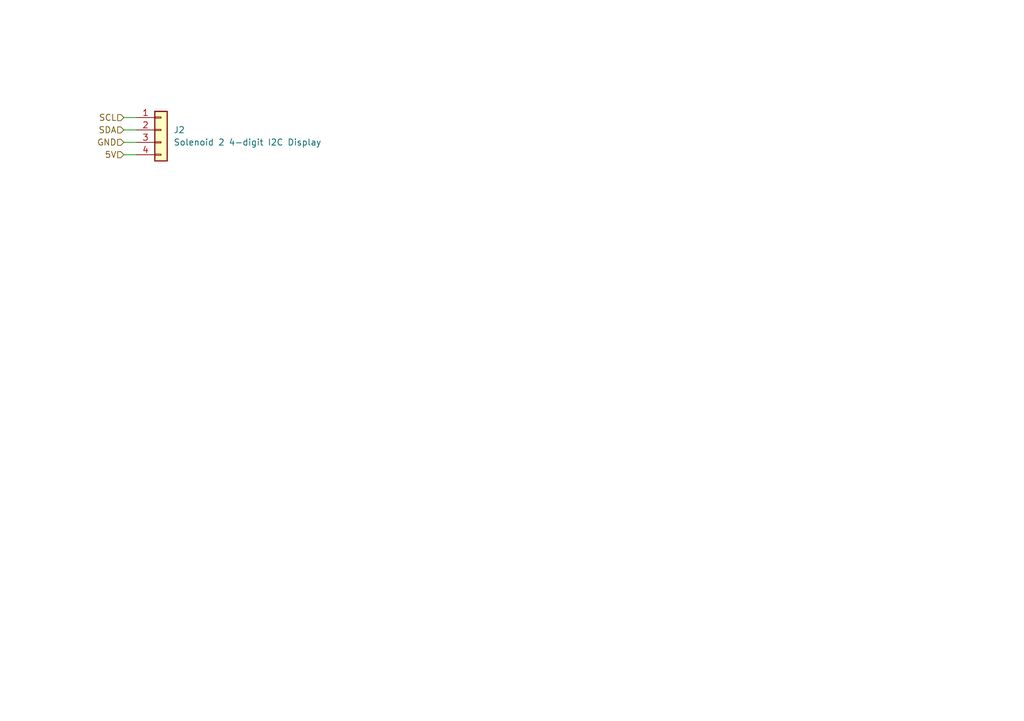
<source format=kicad_sch>
(kicad_sch (version 20231120) (generator "eeschema") (generator_version "8.0")
  (paper "A5")
  (lib_symbols
    (symbol "Connector_Generic:Conn_01x04" (pin_names (offset 1.016) hide)
      (property "Reference" "J" (at 0 5.08 0))
      (property "Value" "Conn_01x04" (at 0 -7.62 0))
      (symbol "Conn_01x04_1_1"
        (rectangle (start -1.27 -4.953) (end 0 -5.207) (stroke (width 0.1524)))
        (rectangle (start -1.27 -2.413) (end 0 -2.667) (stroke (width 0.1524)))
        (rectangle (start -1.27 0.127) (end 0 -0.127) (stroke (width 0.1524)))
        (rectangle (start -1.27 2.667) (end 0 2.413) (stroke (width 0.1524)))
        (rectangle (start -1.27 3.81) (end 1.27 -6.35) (stroke (width 0.254)) (fill (type background)))
        (pin passive line (at -5.08 2.54 0) (length 3.81) (name "Pin_1") (number "1"))
        (pin passive line (at -5.08 0 0) (length 3.81) (name "Pin_2") (number "2"))
        (pin passive line (at -5.08 -2.54 0) (length 3.81) (name "Pin_3") (number "3"))
        (pin passive line (at -5.08 -5.08 0) (length 3.81) (name "Pin_4") (number "4"))
      )
    )
  )
  (wire (pts (xy 27.94 29.21) (xy 25.4 29.21)))
  (wire (pts (xy 27.94 26.67) (xy 25.4 26.67)))
  (wire (pts (xy 27.94 31.75) (xy 25.4 31.75)))
  (wire (pts (xy 27.94 24.13) (xy 25.4 24.13)))
  (hierarchical_label "SDA" (shape input) (at 25.4 26.67 180))
  (hierarchical_label "5V" (shape input) (at 25.4 31.75 180))
  (hierarchical_label "GND" (shape input) (at 25.4 29.21 180))
  (hierarchical_label "SCL" (shape input) (at 25.4 24.13 180))
  (symbol (lib_id "Connector_Generic:Conn_01x04") (at 33.02 26.67 0) (unit 1)
    (property "Reference" "J2" (at 35.56 26.6699 0) (effects (justify left)))
    (property "Value" "Solenoid 2 4-digit I2C Display" (at 35.56 29.2099 0) (effects (justify left)))
    (property "Description" "Generic connector, single row, 01x04, script generated (kicad-library-utils/schlib/autogen/connector/)" (effects (hide yes)))
  )
)
</source>
